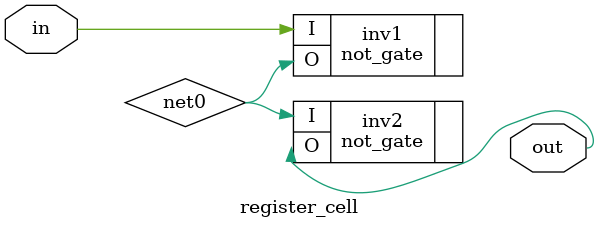
<source format=v>
module register_cell(in, out);
  input in;
  output out;
  wire net0;
  not_gate inv1 (
    .I(in),
    .O(net0)
  );
  not_gate inv2 (
    .I(net0),
    .O(out)
  );
endmodule

</source>
